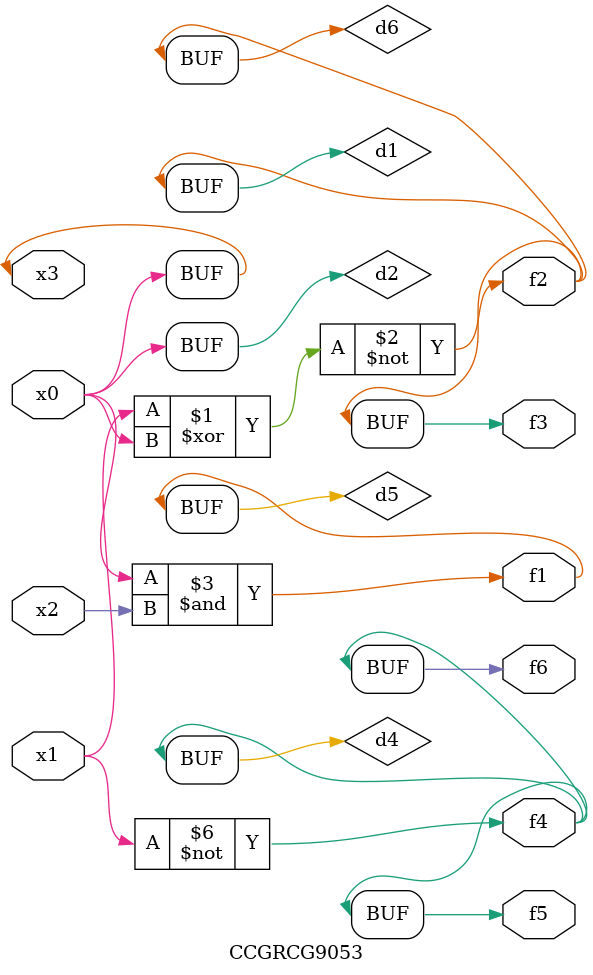
<source format=v>
module CCGRCG9053(
	input x0, x1, x2, x3,
	output f1, f2, f3, f4, f5, f6
);

	wire d1, d2, d3, d4, d5, d6;

	xnor (d1, x1, x3);
	buf (d2, x0, x3);
	nand (d3, x0, x2);
	not (d4, x1);
	nand (d5, d3);
	or (d6, d1);
	assign f1 = d5;
	assign f2 = d6;
	assign f3 = d6;
	assign f4 = d4;
	assign f5 = d4;
	assign f6 = d4;
endmodule

</source>
